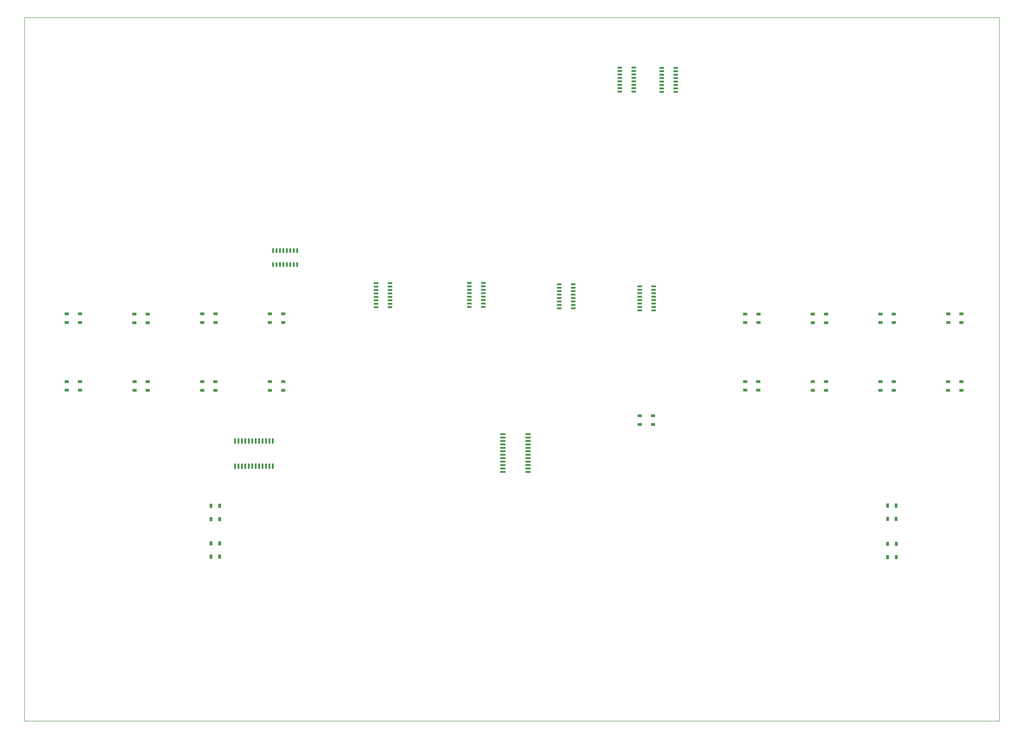
<source format=gbr>
%TF.GenerationSoftware,KiCad,Pcbnew,(5.99.0-11071-g7fde05e8ee)*%
%TF.CreationDate,2021-07-29T16:05:04+02:00*%
%TF.ProjectId,Mixduino,4d697864-7569-46e6-9f2e-6b696361645f,rev?*%
%TF.SameCoordinates,Original*%
%TF.FileFunction,Paste,Top*%
%TF.FilePolarity,Positive*%
%FSLAX46Y46*%
G04 Gerber Fmt 4.6, Leading zero omitted, Abs format (unit mm)*
G04 Created by KiCad (PCBNEW (5.99.0-11071-g7fde05e8ee)) date 2021-07-29 16:05:04*
%MOMM*%
%LPD*%
G01*
G04 APERTURE LIST*
G04 Aperture macros list*
%AMRoundRect*
0 Rectangle with rounded corners*
0 $1 Rounding radius*
0 $2 $3 $4 $5 $6 $7 $8 $9 X,Y pos of 4 corners*
0 Add a 4 corners polygon primitive as box body*
4,1,4,$2,$3,$4,$5,$6,$7,$8,$9,$2,$3,0*
0 Add four circle primitives for the rounded corners*
1,1,$1+$1,$2,$3*
1,1,$1+$1,$4,$5*
1,1,$1+$1,$6,$7*
1,1,$1+$1,$8,$9*
0 Add four rect primitives between the rounded corners*
20,1,$1+$1,$2,$3,$4,$5,0*
20,1,$1+$1,$4,$5,$6,$7,0*
20,1,$1+$1,$6,$7,$8,$9,0*
20,1,$1+$1,$8,$9,$2,$3,0*%
G04 Aperture macros list end*
%TA.AperFunction,Profile*%
%ADD10C,0.150000*%
%TD*%
%ADD11RoundRect,0.150000X0.725000X0.150000X-0.725000X0.150000X-0.725000X-0.150000X0.725000X-0.150000X0*%
%ADD12R,1.500000X1.000000*%
%ADD13RoundRect,0.150000X0.150000X-0.875000X0.150000X0.875000X-0.150000X0.875000X-0.150000X-0.875000X0*%
%ADD14RoundRect,0.150000X0.150000X-0.725000X0.150000X0.725000X-0.150000X0.725000X-0.150000X-0.725000X0*%
%ADD15R,1.000000X1.500000*%
%ADD16RoundRect,0.150000X-0.725000X-0.150000X0.725000X-0.150000X0.725000X0.150000X-0.725000X0.150000X0*%
%ADD17RoundRect,0.150000X-0.875000X-0.150000X0.875000X-0.150000X0.875000X0.150000X-0.875000X0.150000X0*%
G04 APERTURE END LIST*
D10*
X479000000Y-311000000D02*
X119000000Y-311000000D01*
X119000000Y-311000000D02*
X119000000Y-51000000D01*
X479000000Y-51000000D02*
X479000000Y-311000000D01*
X119000000Y-51000000D02*
X479000000Y-51000000D01*
D11*
%TO.C,UVU-LINE3*%
X321580000Y-158380000D03*
X321580000Y-157110000D03*
X321580000Y-155840000D03*
X321580000Y-154570000D03*
X321580000Y-153300000D03*
X321580000Y-152030000D03*
X321580000Y-150760000D03*
X321580000Y-149490000D03*
X316430000Y-149490000D03*
X316430000Y-150760000D03*
X316430000Y-152030000D03*
X316430000Y-153300000D03*
X316430000Y-154570000D03*
X316430000Y-155840000D03*
X316430000Y-157110000D03*
X316430000Y-158380000D03*
%TD*%
D12*
%TO.C,NP2*%
X159555000Y-160504900D03*
X159555000Y-163704900D03*
X164455000Y-163704900D03*
X164455000Y-160504900D03*
%TD*%
%TO.C,NP19*%
X346150000Y-198100000D03*
X346150000Y-201300000D03*
X351050000Y-201300000D03*
X351050000Y-198100000D03*
%TD*%
%TO.C,NP13*%
X410065000Y-185510000D03*
X410065000Y-188710000D03*
X414965000Y-188710000D03*
X414965000Y-185510000D03*
%TD*%
%TO.C,NP1*%
X134570000Y-160480000D03*
X134570000Y-163680000D03*
X139470000Y-163680000D03*
X139470000Y-160480000D03*
%TD*%
D13*
%TO.C,IC-MPLEX-2*%
X196723000Y-216740000D03*
X197993000Y-216740000D03*
X199263000Y-216740000D03*
X200533000Y-216740000D03*
X201803000Y-216740000D03*
X203073000Y-216740000D03*
X204343000Y-216740000D03*
X205613000Y-216740000D03*
X206883000Y-216740000D03*
X208153000Y-216740000D03*
X209423000Y-216740000D03*
X210693000Y-216740000D03*
X210693000Y-207440000D03*
X209423000Y-207440000D03*
X208153000Y-207440000D03*
X206883000Y-207440000D03*
X205613000Y-207440000D03*
X204343000Y-207440000D03*
X203073000Y-207440000D03*
X201803000Y-207440000D03*
X200533000Y-207440000D03*
X199263000Y-207440000D03*
X197993000Y-207440000D03*
X196723000Y-207440000D03*
%TD*%
D12*
%TO.C,NP7*%
X184555000Y-185504900D03*
X184555000Y-188704900D03*
X189455000Y-188704900D03*
X189455000Y-185504900D03*
%TD*%
D14*
%TO.C,U-LEDS1*%
X210755000Y-142225000D03*
X212025000Y-142225000D03*
X213295000Y-142225000D03*
X214565000Y-142225000D03*
X215835000Y-142225000D03*
X217105000Y-142225000D03*
X218375000Y-142225000D03*
X219645000Y-142225000D03*
X219645000Y-137075000D03*
X218375000Y-137075000D03*
X217105000Y-137075000D03*
X215835000Y-137075000D03*
X214565000Y-137075000D03*
X213295000Y-137075000D03*
X212025000Y-137075000D03*
X210755000Y-137075000D03*
%TD*%
D11*
%TO.C,U-LEDSR1*%
X351275000Y-159145000D03*
X351275000Y-157875000D03*
X351275000Y-156605000D03*
X351275000Y-155335000D03*
X351275000Y-154065000D03*
X351275000Y-152795000D03*
X351275000Y-151525000D03*
X351275000Y-150255000D03*
X346125000Y-150255000D03*
X346125000Y-151525000D03*
X346125000Y-152795000D03*
X346125000Y-154065000D03*
X346125000Y-155335000D03*
X346125000Y-156605000D03*
X346125000Y-157875000D03*
X346125000Y-159145000D03*
%TD*%
D12*
%TO.C,NP5*%
X134580000Y-185460000D03*
X134580000Y-188660000D03*
X139480000Y-188660000D03*
X139480000Y-185460000D03*
%TD*%
D15*
%TO.C,NP9*%
X187830000Y-236270000D03*
X191030000Y-236270000D03*
X191030000Y-231370000D03*
X187830000Y-231370000D03*
%TD*%
D12*
%TO.C,NP16*%
X435055000Y-160494900D03*
X435055000Y-163694900D03*
X439955000Y-163694900D03*
X439955000Y-160494900D03*
%TD*%
%TO.C,NP3*%
X184590000Y-160460000D03*
X184590000Y-163660000D03*
X189490000Y-163660000D03*
X189490000Y-160460000D03*
%TD*%
%TO.C,NP14*%
X385050000Y-185470000D03*
X385050000Y-188670000D03*
X389950000Y-188670000D03*
X389950000Y-185470000D03*
%TD*%
%TO.C,NP8*%
X209590000Y-185480000D03*
X209590000Y-188680000D03*
X214490000Y-188680000D03*
X214490000Y-185480000D03*
%TD*%
%TO.C,NP12*%
X435030000Y-185490000D03*
X435030000Y-188690000D03*
X439930000Y-188690000D03*
X439930000Y-185490000D03*
%TD*%
D15*
%TO.C,NP10*%
X187840000Y-250170000D03*
X191040000Y-250170000D03*
X191040000Y-245270000D03*
X187840000Y-245270000D03*
%TD*%
%TO.C,NP20*%
X437630000Y-236190000D03*
X440830000Y-236190000D03*
X440830000Y-231290000D03*
X437630000Y-231290000D03*
%TD*%
D12*
%TO.C,NP4*%
X209575000Y-160474900D03*
X209575000Y-163674900D03*
X214475000Y-163674900D03*
X214475000Y-160474900D03*
%TD*%
D16*
%TO.C,UVU-MASTER-L1*%
X338801000Y-69455000D03*
X338801000Y-70725000D03*
X338801000Y-71995000D03*
X338801000Y-73265000D03*
X338801000Y-74535000D03*
X338801000Y-75805000D03*
X338801000Y-77075000D03*
X338801000Y-78345000D03*
X343951000Y-78345000D03*
X343951000Y-77075000D03*
X343951000Y-75805000D03*
X343951000Y-74535000D03*
X343951000Y-73265000D03*
X343951000Y-71995000D03*
X343951000Y-70725000D03*
X343951000Y-69455000D03*
%TD*%
D12*
%TO.C,NP6*%
X159585000Y-185504900D03*
X159585000Y-188704900D03*
X164485000Y-188704900D03*
X164485000Y-185504900D03*
%TD*%
D17*
%TO.C,IC-MPLEX-1*%
X295578000Y-204851000D03*
X295578000Y-206121000D03*
X295578000Y-207391000D03*
X295578000Y-208661000D03*
X295578000Y-209931000D03*
X295578000Y-211201000D03*
X295578000Y-212471000D03*
X295578000Y-213741000D03*
X295578000Y-215011000D03*
X295578000Y-216281000D03*
X295578000Y-217551000D03*
X295578000Y-218821000D03*
X304878000Y-218821000D03*
X304878000Y-217551000D03*
X304878000Y-216281000D03*
X304878000Y-215011000D03*
X304878000Y-213741000D03*
X304878000Y-212471000D03*
X304878000Y-211201000D03*
X304878000Y-209931000D03*
X304878000Y-208661000D03*
X304878000Y-207391000D03*
X304878000Y-206121000D03*
X304878000Y-204851000D03*
%TD*%
D12*
%TO.C,NP11*%
X460055000Y-185484900D03*
X460055000Y-188684900D03*
X464955000Y-188684900D03*
X464955000Y-185484900D03*
%TD*%
D16*
%TO.C,UVU-MASTER-R1*%
X354295000Y-69469000D03*
X354295000Y-70739000D03*
X354295000Y-72009000D03*
X354295000Y-73279000D03*
X354295000Y-74549000D03*
X354295000Y-75819000D03*
X354295000Y-77089000D03*
X354295000Y-78359000D03*
X359445000Y-78359000D03*
X359445000Y-77089000D03*
X359445000Y-75819000D03*
X359445000Y-74549000D03*
X359445000Y-73279000D03*
X359445000Y-72009000D03*
X359445000Y-70739000D03*
X359445000Y-69469000D03*
%TD*%
D12*
%TO.C,NP17*%
X410035000Y-160504900D03*
X410035000Y-163704900D03*
X414935000Y-163704900D03*
X414935000Y-160504900D03*
%TD*%
%TO.C,NP15*%
X460060000Y-160470000D03*
X460060000Y-163670000D03*
X464960000Y-163670000D03*
X464960000Y-160470000D03*
%TD*%
D11*
%TO.C,UVU-LINE1*%
X253905000Y-157945000D03*
X253905000Y-156675000D03*
X253905000Y-155405000D03*
X253905000Y-154135000D03*
X253905000Y-152865000D03*
X253905000Y-151595000D03*
X253905000Y-150325000D03*
X253905000Y-149055000D03*
X248755000Y-149055000D03*
X248755000Y-150325000D03*
X248755000Y-151595000D03*
X248755000Y-152865000D03*
X248755000Y-154135000D03*
X248755000Y-155405000D03*
X248755000Y-156675000D03*
X248755000Y-157945000D03*
%TD*%
%TO.C,UVU-LINE2*%
X288425000Y-157895000D03*
X288425000Y-156625000D03*
X288425000Y-155355000D03*
X288425000Y-154085000D03*
X288425000Y-152815000D03*
X288425000Y-151545000D03*
X288425000Y-150275000D03*
X288425000Y-149005000D03*
X283275000Y-149005000D03*
X283275000Y-150275000D03*
X283275000Y-151545000D03*
X283275000Y-152815000D03*
X283275000Y-154085000D03*
X283275000Y-155355000D03*
X283275000Y-156625000D03*
X283275000Y-157895000D03*
%TD*%
D15*
%TO.C,NP21*%
X437670000Y-250360000D03*
X440870000Y-250360000D03*
X440870000Y-245460000D03*
X437670000Y-245460000D03*
%TD*%
D12*
%TO.C,NP18*%
X385060000Y-160490000D03*
X385060000Y-163690000D03*
X389960000Y-163690000D03*
X389960000Y-160490000D03*
%TD*%
M02*

</source>
